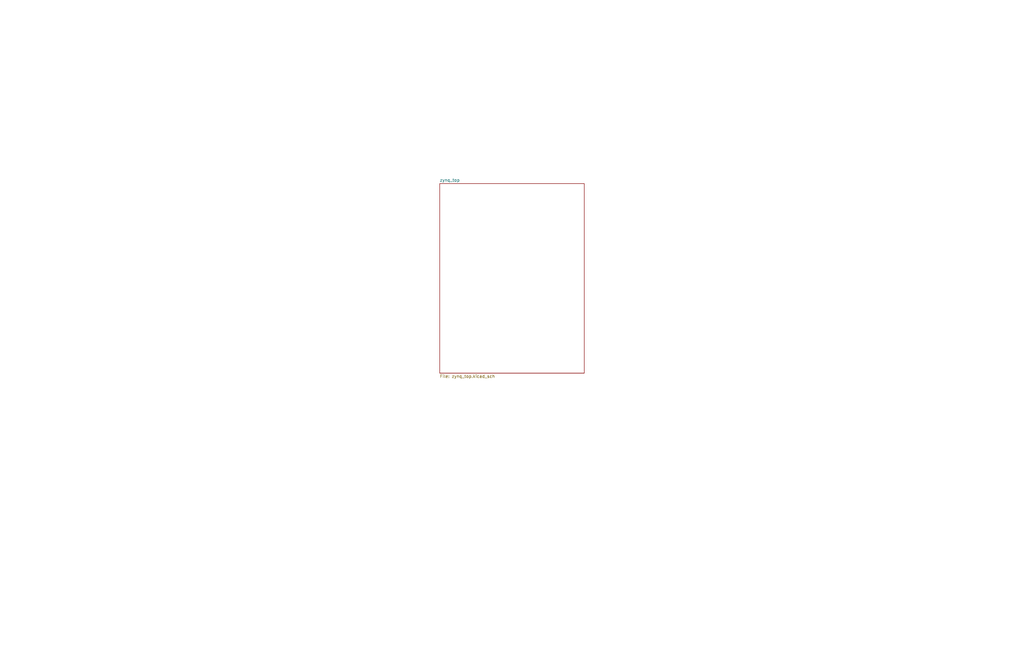
<source format=kicad_sch>
(kicad_sch (version 20211123) (generator eeschema)
  (paper "B")
  (title_block (title "Ultracam") (date "2022-10-29") (rev "01"))
  (lib_symbols)
  (sheet (at 185.42 77.47) (size 60.96 80.01) (stroke (width 0.1524))
    (property "Sheet name" "zynq_top" (at 185.42 76.7584 0) (effects (justify left bottom)))
    (property "Sheet file" "zynq_top.kicad_sch" (at 185.42 158.0646 0) (effects (justify left top)))
  )
)
</source>
